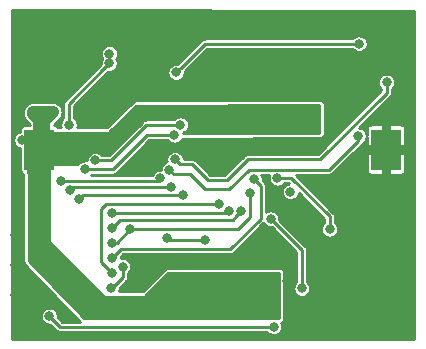
<source format=gbr>
G04 #@! TF.GenerationSoftware,KiCad,Pcbnew,(5.0.0)*
G04 #@! TF.CreationDate,2018-09-19T20:05:00-03:00*
G04 #@! TF.ProjectId,Generic_Bluetooth_Board,47656E657269635F426C7565746F6F74,rev?*
G04 #@! TF.SameCoordinates,Original*
G04 #@! TF.FileFunction,Copper,L2,Bot,Signal*
G04 #@! TF.FilePolarity,Positive*
%FSLAX46Y46*%
G04 Gerber Fmt 4.6, Leading zero omitted, Abs format (unit mm)*
G04 Created by KiCad (PCBNEW (5.0.0)) date 09/19/18 20:05:00*
%MOMM*%
%LPD*%
G01*
G04 APERTURE LIST*
G04 #@! TA.AperFunction,SMDPad,CuDef*
%ADD10R,2.540000X3.510000*%
G04 #@! TD*
G04 #@! TA.AperFunction,ViaPad*
%ADD11C,0.800000*%
G04 #@! TD*
G04 #@! TA.AperFunction,Conductor*
%ADD12C,2.000000*%
G04 #@! TD*
G04 #@! TA.AperFunction,Conductor*
%ADD13C,1.000000*%
G04 #@! TD*
G04 #@! TA.AperFunction,Conductor*
%ADD14C,0.250000*%
G04 #@! TD*
G04 #@! TA.AperFunction,Conductor*
%ADD15C,0.600000*%
G04 #@! TD*
G04 APERTURE END LIST*
D10*
G04 #@! TO.P,BT1,1*
G04 #@! TO.N,+3V3*
X135180000Y-96520000D03*
G04 #@! TO.P,BT1,2*
G04 #@! TO.N,GND*
X164540000Y-96520000D03*
G04 #@! TD*
D11*
G04 #@! TO.N,+3V3*
X154416182Y-94805500D03*
X150418800Y-93294200D03*
X158394400Y-93649800D03*
X135153400Y-98298000D03*
X141782800Y-95605600D03*
X141351000Y-109423200D03*
X144576800Y-108940600D03*
X155016200Y-110363000D03*
X147345400Y-109626400D03*
X147675600Y-108508800D03*
X151333200Y-107289600D03*
X133705600Y-95707200D03*
X156438600Y-100101400D03*
X154990800Y-107467400D03*
X151739600Y-110337600D03*
X152984200Y-110337600D03*
X134619998Y-93370400D03*
X135458200Y-93345000D03*
X136321800Y-93345000D03*
G04 #@! TO.N,GND*
X157759400Y-99110800D03*
X151104600Y-97180400D03*
X149936200Y-97205800D03*
X151714200Y-96316800D03*
X150495000Y-96291400D03*
X149402800Y-96291400D03*
X144272000Y-96799400D03*
X150520400Y-98120200D03*
X165582600Y-111277400D03*
X160274000Y-106553000D03*
X154254200Y-105689400D03*
X154127200Y-103378000D03*
X152146000Y-106019600D03*
X133324600Y-111988600D03*
X133121400Y-108864400D03*
X133146800Y-103784400D03*
X133146800Y-106324400D03*
X149377400Y-112293400D03*
X139649200Y-112293400D03*
X160426400Y-112115600D03*
X160528000Y-110058200D03*
X162839400Y-108864400D03*
X133324600Y-85217000D03*
X133350000Y-88823800D03*
X139979400Y-93522800D03*
X144348200Y-88925400D03*
X142138400Y-85623400D03*
X137363200Y-88493600D03*
X142925800Y-91719400D03*
X155448000Y-88696800D03*
X154736800Y-86563200D03*
X157022800Y-85572600D03*
X157937200Y-86563200D03*
X158496000Y-89458800D03*
X160858200Y-93675200D03*
X145745200Y-86690200D03*
X149199600Y-85521800D03*
X166573200Y-85217000D03*
X165506400Y-88112600D03*
X161975800Y-101574600D03*
X166344600Y-101473000D03*
X166293800Y-91770200D03*
X162001200Y-89941400D03*
X163525200Y-103378000D03*
X166065200Y-106832400D03*
X146431000Y-106019600D03*
X144957800Y-106934000D03*
X137337800Y-110515400D03*
X156176560Y-107611760D03*
X157678540Y-104008340D03*
X143865600Y-98298000D03*
G04 #@! TO.N,/SR_PWR*
X149199600Y-104140000D03*
X145977429Y-103985317D03*
G04 #@! TO.N,+5V*
X141097000Y-89217500D03*
X141122400Y-88392000D03*
X136017000Y-110617000D03*
X155016200Y-111531400D03*
X137693400Y-94411800D03*
G04 #@! TO.N,/ADC1_IN*
X154760343Y-102384909D03*
X157403806Y-108280200D03*
G04 #@! TO.N,/SW_TCK*
X162178986Y-95377000D03*
X146177000Y-98208000D03*
G04 #@! TO.N,/SW_TDIO*
X146670209Y-97338087D03*
X164592000Y-90805000D03*
G04 #@! TO.N,/RESET*
X162248600Y-87560400D03*
X146761200Y-89992200D03*
G04 #@! TO.N,/GRP_ADD_3*
X150368000Y-101092000D03*
X141351000Y-106959400D03*
G04 #@! TO.N,/CS*
X152273000Y-101727000D03*
X141351000Y-103124000D03*
X141260794Y-108229400D03*
X142240000Y-106426000D03*
G04 #@! TO.N,/MOSI*
X141351000Y-101854000D03*
X151260339Y-101714342D03*
G04 #@! TO.N,/CLK*
X141351000Y-104394000D03*
X153035000Y-100203000D03*
X142875000Y-103251000D03*
G04 #@! TO.N,/I2C1_SCL*
X146608800Y-95300800D03*
X139065000Y-98145600D03*
G04 #@! TO.N,/I2C1_SDA*
X147116800Y-94425600D03*
X139928600Y-97434400D03*
G04 #@! TO.N,/NUM_UNT_3*
X141351000Y-105664000D03*
X153375782Y-99039335D03*
G04 #@! TO.N,/GRP_ADD_2*
X138563231Y-100716192D03*
X147385729Y-100383012D03*
G04 #@! TO.N,/GRP_ADD_1*
X146358312Y-99658010D03*
X137812847Y-99969906D03*
G04 #@! TO.N,/GRP_ADD_0*
X145415000Y-98933000D03*
X137007602Y-99161600D03*
G04 #@! TO.N,Net-(R14-Pad2)*
X159766000Y-103251000D03*
X155340891Y-98933010D03*
G04 #@! TD*
D12*
G04 #@! TO.N,+3V3*
X135153400Y-96546600D02*
X135180000Y-96520000D01*
X135153400Y-98298000D02*
X135153400Y-96546600D01*
D13*
X135178800Y-94057400D02*
X134618800Y-93497400D01*
D14*
X134367200Y-95707200D02*
X135180000Y-96520000D01*
X133705600Y-95707200D02*
X134367200Y-95707200D01*
D13*
X135756115Y-93345000D02*
X136321800Y-93345000D01*
X135180000Y-96520000D02*
X135180000Y-93765000D01*
X135600000Y-93345000D02*
X135756115Y-93345000D01*
X135180000Y-93765000D02*
X135600000Y-93345000D01*
X134620000Y-93345000D02*
X136321800Y-93345000D01*
X134619998Y-93370400D02*
X134619998Y-93345002D01*
X134619998Y-93345002D02*
X134620000Y-93345000D01*
D15*
X136321800Y-93395800D02*
X136321800Y-93345000D01*
X136448800Y-93522800D02*
X136321800Y-93395800D01*
X135763000Y-94208600D02*
X136448800Y-93522800D01*
X135737600Y-94742000D02*
X135763000Y-94716600D01*
X135763000Y-94716600D02*
X135763000Y-94208600D01*
D13*
X135180000Y-94156600D02*
X135610600Y-93726000D01*
X135180000Y-96520000D02*
X135180000Y-94156600D01*
D14*
G04 #@! TO.N,/SR_PWR*
X149199600Y-104140000D02*
X146132112Y-104140000D01*
X146132112Y-104140000D02*
X145977429Y-103985317D01*
G04 #@! TO.N,+5V*
X136017000Y-110617000D02*
X136931400Y-111531400D01*
X136931400Y-111531400D02*
X154450515Y-111531400D01*
X154450515Y-111531400D02*
X155016200Y-111531400D01*
X137668000Y-94437200D02*
X137693400Y-94411800D01*
X137668000Y-92646500D02*
X137668000Y-94437200D01*
X141122400Y-89192100D02*
X141122400Y-88392000D01*
X140779500Y-89535000D02*
X141122400Y-89192100D01*
X140779500Y-89535000D02*
X137668000Y-92646500D01*
X141097000Y-89217500D02*
X140779500Y-89535000D01*
G04 #@! TO.N,/ADC1_IN*
X157403800Y-108280194D02*
X157403806Y-108280200D01*
X154760343Y-102384909D02*
X157403800Y-105028366D01*
X157403800Y-105028366D02*
X157403800Y-108280194D01*
G04 #@! TO.N,/SW_TCK*
X159729000Y-98208000D02*
X162179000Y-95758000D01*
X162179000Y-95758000D02*
X162179000Y-95377014D01*
X162179000Y-95377014D02*
X162178986Y-95377000D01*
X146576999Y-98607999D02*
X147909399Y-98607999D01*
X146177000Y-98208000D02*
X146576999Y-98607999D01*
X147909399Y-98607999D02*
X149174200Y-99872800D01*
X151243200Y-99872800D02*
X152908000Y-98208000D01*
X149174200Y-99872800D02*
X151243200Y-99872800D01*
X152908000Y-98208000D02*
X159729000Y-98208000D01*
G04 #@! TO.N,/SW_TDIO*
X158947913Y-97338087D02*
X164592000Y-91694000D01*
X164592000Y-91694000D02*
X164592000Y-90805000D01*
X147070208Y-97738086D02*
X148080886Y-97738086D01*
X146670209Y-97338087D02*
X147070208Y-97738086D01*
X148080886Y-97738086D02*
X149479000Y-99136200D01*
X151033687Y-99136200D02*
X152831800Y-97338087D01*
X149479000Y-99136200D02*
X151033687Y-99136200D01*
X152831800Y-97338087D02*
X158947913Y-97338087D01*
G04 #@! TO.N,/RESET*
X147161199Y-89592201D02*
X146761200Y-89992200D01*
X149193000Y-87560400D02*
X147161199Y-89592201D01*
X162248600Y-87560400D02*
X149193000Y-87560400D01*
G04 #@! TO.N,/GRP_ADD_3*
X140951001Y-106559401D02*
X141351000Y-106959400D01*
X140414000Y-106022400D02*
X140951001Y-106559401D01*
X140414000Y-101521000D02*
X140414000Y-106022400D01*
X140826986Y-101108014D02*
X140414000Y-101521000D01*
X150368000Y-101092000D02*
X150351986Y-101108014D01*
X150351986Y-101108014D02*
X140826986Y-101108014D01*
G04 #@! TO.N,/CS*
X142240000Y-107321694D02*
X142240000Y-106991685D01*
X142240000Y-106991685D02*
X142240000Y-106426000D01*
X141260794Y-108300900D02*
X142240000Y-107321694D01*
X151873001Y-102126999D02*
X152273000Y-101727000D01*
X151550202Y-102449798D02*
X151873001Y-102126999D01*
X141351000Y-103124000D02*
X142025202Y-102449798D01*
X142025202Y-102449798D02*
X151550202Y-102449798D01*
G04 #@! TO.N,/MOSI*
X151120681Y-101854000D02*
X151260339Y-101714342D01*
X141351000Y-101854000D02*
X151120681Y-101854000D01*
G04 #@! TO.N,/CLK*
X153035000Y-102235000D02*
X152019000Y-103251000D01*
X152019000Y-103251000D02*
X143440685Y-103251000D01*
X153035000Y-100203000D02*
X153035000Y-102235000D01*
X143440685Y-103251000D02*
X142875000Y-103251000D01*
X141732000Y-104394000D02*
X142875000Y-103251000D01*
X141351000Y-104394000D02*
X141732000Y-104394000D01*
G04 #@! TO.N,/I2C1_SCL*
X139115800Y-98196400D02*
X139065000Y-98145600D01*
X141427200Y-98196400D02*
X139115800Y-98196400D01*
X146608800Y-95300800D02*
X144322800Y-95300800D01*
X144322800Y-95300800D02*
X141427200Y-98196400D01*
G04 #@! TO.N,/I2C1_SDA*
X144246600Y-94425600D02*
X144246600Y-94462600D01*
X144246600Y-94425600D02*
X147116800Y-94425600D01*
X144246600Y-94462600D02*
X141274800Y-97434400D01*
X141274800Y-97434400D02*
X139928600Y-97434400D01*
G04 #@! TO.N,/NUM_UNT_3*
X153775781Y-99439334D02*
X153375782Y-99039335D01*
X153924000Y-99587553D02*
X153775781Y-99439334D01*
X153924000Y-102362000D02*
X153924000Y-99587553D01*
X151333200Y-104952800D02*
X153924000Y-102362000D01*
X141351000Y-105664000D02*
X142062200Y-104952800D01*
X142062200Y-104952800D02*
X151333200Y-104952800D01*
G04 #@! TO.N,/GRP_ADD_2*
X146820044Y-100383012D02*
X147385729Y-100383012D01*
X138884988Y-100383012D02*
X146820044Y-100383012D01*
X138563231Y-100716192D02*
X138563231Y-100704769D01*
X138563231Y-100704769D02*
X138884988Y-100383012D01*
G04 #@! TO.N,/GRP_ADD_1*
X138124743Y-99658010D02*
X138087753Y-99695000D01*
X146358312Y-99658010D02*
X138124743Y-99658010D01*
X138087753Y-99695000D02*
X137812847Y-99969906D01*
G04 #@! TO.N,/GRP_ADD_0*
X145186400Y-99161600D02*
X137007602Y-99161600D01*
X145415000Y-98933000D02*
X145186400Y-99161600D01*
G04 #@! TO.N,Net-(R14-Pad2)*
X156514810Y-98933010D02*
X155340891Y-98933010D01*
X159766000Y-103251000D02*
X159766000Y-102184200D01*
X159766000Y-102184200D02*
X156514810Y-98933010D01*
G04 #@! TD*
G04 #@! TO.N,+3V3*
G36*
X158879000Y-95125214D02*
X147320290Y-95145075D01*
X147316944Y-95128254D01*
X147329208Y-95125815D01*
X147461732Y-95070922D01*
X147581000Y-94991230D01*
X147682430Y-94889800D01*
X147762122Y-94770532D01*
X147817015Y-94638008D01*
X147845000Y-94497321D01*
X147845000Y-94353879D01*
X147817015Y-94213192D01*
X147762122Y-94080668D01*
X147682430Y-93961400D01*
X147581000Y-93859970D01*
X147461732Y-93780278D01*
X147329208Y-93725385D01*
X147188521Y-93697400D01*
X147045079Y-93697400D01*
X146904392Y-93725385D01*
X146771868Y-93780278D01*
X146652600Y-93859970D01*
X146551170Y-93961400D01*
X146543820Y-93972400D01*
X144268856Y-93972400D01*
X144246600Y-93970208D01*
X144224344Y-93972400D01*
X144157757Y-93978958D01*
X144072329Y-94004873D01*
X143993598Y-94046955D01*
X143924589Y-94103589D01*
X143867955Y-94172598D01*
X143836120Y-94232158D01*
X141087079Y-96981200D01*
X140501580Y-96981200D01*
X140494230Y-96970200D01*
X140392800Y-96868770D01*
X140273532Y-96789078D01*
X140141008Y-96734185D01*
X140000321Y-96706200D01*
X139856879Y-96706200D01*
X139716192Y-96734185D01*
X139583668Y-96789078D01*
X139464400Y-96868770D01*
X139362970Y-96970200D01*
X139283278Y-97089468D01*
X139228385Y-97221992D01*
X139200400Y-97362679D01*
X139200400Y-97430067D01*
X139136721Y-97417400D01*
X138993279Y-97417400D01*
X138852592Y-97445385D01*
X138720068Y-97500278D01*
X138600800Y-97579970D01*
X138499370Y-97681400D01*
X138459413Y-97741200D01*
X136169400Y-97741200D01*
X136145014Y-97743602D01*
X136121565Y-97750715D01*
X136099954Y-97762266D01*
X136081012Y-97777812D01*
X136065466Y-97796754D01*
X136053915Y-97818365D01*
X136046802Y-97841814D01*
X136044400Y-97866200D01*
X136044400Y-104317800D01*
X136046802Y-104342186D01*
X136053915Y-104365635D01*
X136065466Y-104387246D01*
X136081012Y-104406188D01*
X140602212Y-108927388D01*
X140621154Y-108942934D01*
X140642765Y-108954485D01*
X140666214Y-108961598D01*
X140690600Y-108964000D01*
X144068800Y-108964000D01*
X144093186Y-108961598D01*
X144116635Y-108954485D01*
X144138246Y-108942934D01*
X144157188Y-108927388D01*
X146076376Y-107008200D01*
X155474611Y-107008200D01*
X155472014Y-107421125D01*
X155448360Y-107540039D01*
X155448360Y-107683481D01*
X155469689Y-107790709D01*
X155450783Y-110796800D01*
X138965727Y-110796800D01*
X134287800Y-105943763D01*
X134287800Y-98272600D01*
X134287767Y-98269716D01*
X134214518Y-95095600D01*
X137441363Y-95095600D01*
X137480992Y-95112015D01*
X137621679Y-95140000D01*
X137765121Y-95140000D01*
X137905808Y-95112015D01*
X137945437Y-95095600D01*
X141020800Y-95095600D01*
X141045186Y-95093198D01*
X141068635Y-95086085D01*
X141090246Y-95074534D01*
X141109188Y-95058988D01*
X143358660Y-92809516D01*
X158783342Y-92784557D01*
X158879000Y-92784402D01*
X158879000Y-95125214D01*
X158879000Y-95125214D01*
G37*
X158879000Y-95125214D02*
X147320290Y-95145075D01*
X147316944Y-95128254D01*
X147329208Y-95125815D01*
X147461732Y-95070922D01*
X147581000Y-94991230D01*
X147682430Y-94889800D01*
X147762122Y-94770532D01*
X147817015Y-94638008D01*
X147845000Y-94497321D01*
X147845000Y-94353879D01*
X147817015Y-94213192D01*
X147762122Y-94080668D01*
X147682430Y-93961400D01*
X147581000Y-93859970D01*
X147461732Y-93780278D01*
X147329208Y-93725385D01*
X147188521Y-93697400D01*
X147045079Y-93697400D01*
X146904392Y-93725385D01*
X146771868Y-93780278D01*
X146652600Y-93859970D01*
X146551170Y-93961400D01*
X146543820Y-93972400D01*
X144268856Y-93972400D01*
X144246600Y-93970208D01*
X144224344Y-93972400D01*
X144157757Y-93978958D01*
X144072329Y-94004873D01*
X143993598Y-94046955D01*
X143924589Y-94103589D01*
X143867955Y-94172598D01*
X143836120Y-94232158D01*
X141087079Y-96981200D01*
X140501580Y-96981200D01*
X140494230Y-96970200D01*
X140392800Y-96868770D01*
X140273532Y-96789078D01*
X140141008Y-96734185D01*
X140000321Y-96706200D01*
X139856879Y-96706200D01*
X139716192Y-96734185D01*
X139583668Y-96789078D01*
X139464400Y-96868770D01*
X139362970Y-96970200D01*
X139283278Y-97089468D01*
X139228385Y-97221992D01*
X139200400Y-97362679D01*
X139200400Y-97430067D01*
X139136721Y-97417400D01*
X138993279Y-97417400D01*
X138852592Y-97445385D01*
X138720068Y-97500278D01*
X138600800Y-97579970D01*
X138499370Y-97681400D01*
X138459413Y-97741200D01*
X136169400Y-97741200D01*
X136145014Y-97743602D01*
X136121565Y-97750715D01*
X136099954Y-97762266D01*
X136081012Y-97777812D01*
X136065466Y-97796754D01*
X136053915Y-97818365D01*
X136046802Y-97841814D01*
X136044400Y-97866200D01*
X136044400Y-104317800D01*
X136046802Y-104342186D01*
X136053915Y-104365635D01*
X136065466Y-104387246D01*
X136081012Y-104406188D01*
X140602212Y-108927388D01*
X140621154Y-108942934D01*
X140642765Y-108954485D01*
X140666214Y-108961598D01*
X140690600Y-108964000D01*
X144068800Y-108964000D01*
X144093186Y-108961598D01*
X144116635Y-108954485D01*
X144138246Y-108942934D01*
X144157188Y-108927388D01*
X146076376Y-107008200D01*
X155474611Y-107008200D01*
X155472014Y-107421125D01*
X155448360Y-107540039D01*
X155448360Y-107683481D01*
X155469689Y-107790709D01*
X155450783Y-110796800D01*
X138965727Y-110796800D01*
X134287800Y-105943763D01*
X134287800Y-98272600D01*
X134287767Y-98269716D01*
X134214518Y-95095600D01*
X137441363Y-95095600D01*
X137480992Y-95112015D01*
X137621679Y-95140000D01*
X137765121Y-95140000D01*
X137905808Y-95112015D01*
X137945437Y-95095600D01*
X141020800Y-95095600D01*
X141045186Y-95093198D01*
X141068635Y-95086085D01*
X141090246Y-95074534D01*
X141109188Y-95058988D01*
X143358660Y-92809516D01*
X158783342Y-92784557D01*
X158879000Y-92784402D01*
X158879000Y-95125214D01*
G04 #@! TO.N,GND*
G36*
X166932001Y-84782758D02*
X166932000Y-112576000D01*
X132838868Y-112576000D01*
X132844710Y-95635794D01*
X132980600Y-95635794D01*
X132980600Y-95778606D01*
X133008461Y-95918675D01*
X133063113Y-96050616D01*
X133142456Y-96169361D01*
X133243439Y-96270344D01*
X133362184Y-96349687D01*
X133494125Y-96404339D01*
X133583428Y-96422102D01*
X133583428Y-98275000D01*
X133589703Y-98338711D01*
X133608287Y-98399974D01*
X133638465Y-98456434D01*
X133679079Y-98505921D01*
X133728566Y-98546535D01*
X133785026Y-98576713D01*
X133834600Y-98591751D01*
X133834600Y-105994200D01*
X133857327Y-106114206D01*
X133926504Y-106221970D01*
X138610594Y-111081400D01*
X137117796Y-111081400D01*
X136739147Y-110702751D01*
X136742000Y-110688406D01*
X136742000Y-110545594D01*
X136714139Y-110405525D01*
X136659487Y-110273584D01*
X136580144Y-110154839D01*
X136479161Y-110053856D01*
X136360416Y-109974513D01*
X136228475Y-109919861D01*
X136088406Y-109892000D01*
X135945594Y-109892000D01*
X135805525Y-109919861D01*
X135673584Y-109974513D01*
X135554839Y-110053856D01*
X135453856Y-110154839D01*
X135374513Y-110273584D01*
X135319861Y-110405525D01*
X135292000Y-110545594D01*
X135292000Y-110688406D01*
X135319861Y-110828475D01*
X135374513Y-110960416D01*
X135453856Y-111079161D01*
X135554839Y-111180144D01*
X135673584Y-111259487D01*
X135805525Y-111314139D01*
X135945594Y-111342000D01*
X136088406Y-111342000D01*
X136102751Y-111339147D01*
X136597576Y-111833972D01*
X136611663Y-111851137D01*
X136628828Y-111865224D01*
X136628832Y-111865228D01*
X136680183Y-111907371D01*
X136758359Y-111949157D01*
X136843185Y-111974889D01*
X136909295Y-111981400D01*
X136909305Y-111981400D01*
X136931400Y-111983576D01*
X136953494Y-111981400D01*
X154444930Y-111981400D01*
X154453056Y-111993561D01*
X154554039Y-112094544D01*
X154672784Y-112173887D01*
X154804725Y-112228539D01*
X154944794Y-112256400D01*
X155087606Y-112256400D01*
X155227675Y-112228539D01*
X155359616Y-112173887D01*
X155478361Y-112094544D01*
X155579344Y-111993561D01*
X155658687Y-111874816D01*
X155713339Y-111742875D01*
X155741200Y-111602806D01*
X155741200Y-111459994D01*
X155713339Y-111319925D01*
X155676176Y-111230205D01*
X155698687Y-111225801D01*
X155805608Y-111155327D01*
X155877421Y-111049301D01*
X155903194Y-110923864D01*
X155928594Y-106885264D01*
X155903617Y-106757603D01*
X155832472Y-106651128D01*
X155725997Y-106579983D01*
X155600400Y-106555000D01*
X146024600Y-106555000D01*
X145899003Y-106579983D01*
X145792528Y-106651128D01*
X143932856Y-108510800D01*
X141928969Y-108510800D01*
X141957933Y-108440875D01*
X141985794Y-108300806D01*
X141985794Y-108212295D01*
X142542573Y-107655517D01*
X142559737Y-107641431D01*
X142573824Y-107624266D01*
X142573828Y-107624262D01*
X142615971Y-107572911D01*
X142634200Y-107538806D01*
X142657757Y-107494735D01*
X142683489Y-107409909D01*
X142690000Y-107343799D01*
X142690000Y-107343787D01*
X142692176Y-107321695D01*
X142690000Y-107299603D01*
X142690000Y-106997270D01*
X142702161Y-106989144D01*
X142803144Y-106888161D01*
X142882487Y-106769416D01*
X142937139Y-106637475D01*
X142965000Y-106497406D01*
X142965000Y-106354594D01*
X142937139Y-106214525D01*
X142882487Y-106082584D01*
X142803144Y-105963839D01*
X142702161Y-105862856D01*
X142583416Y-105783513D01*
X142451475Y-105728861D01*
X142311406Y-105701000D01*
X142168594Y-105701000D01*
X142076000Y-105719418D01*
X142076000Y-105592594D01*
X142073147Y-105578249D01*
X142248596Y-105402800D01*
X151311106Y-105402800D01*
X151333200Y-105404976D01*
X151355294Y-105402800D01*
X151355305Y-105402800D01*
X151421415Y-105396289D01*
X151506241Y-105370557D01*
X151584416Y-105328771D01*
X151652937Y-105272537D01*
X151667029Y-105255366D01*
X154148383Y-102774012D01*
X154197199Y-102847070D01*
X154298182Y-102948053D01*
X154416927Y-103027396D01*
X154548868Y-103082048D01*
X154688937Y-103109909D01*
X154831749Y-103109909D01*
X154846094Y-103107056D01*
X156953800Y-105214762D01*
X156953801Y-107708934D01*
X156941645Y-107717056D01*
X156840662Y-107818039D01*
X156761319Y-107936784D01*
X156706667Y-108068725D01*
X156678806Y-108208794D01*
X156678806Y-108351606D01*
X156706667Y-108491675D01*
X156761319Y-108623616D01*
X156840662Y-108742361D01*
X156941645Y-108843344D01*
X157060390Y-108922687D01*
X157192331Y-108977339D01*
X157332400Y-109005200D01*
X157475212Y-109005200D01*
X157615281Y-108977339D01*
X157747222Y-108922687D01*
X157865967Y-108843344D01*
X157966950Y-108742361D01*
X158046293Y-108623616D01*
X158100945Y-108491675D01*
X158128806Y-108351606D01*
X158128806Y-108208794D01*
X158100945Y-108068725D01*
X158046293Y-107936784D01*
X157966950Y-107818039D01*
X157865967Y-107717056D01*
X157853800Y-107708926D01*
X157853800Y-105050460D01*
X157855976Y-105028366D01*
X157853800Y-105006272D01*
X157853800Y-105006261D01*
X157847289Y-104940151D01*
X157821557Y-104855325D01*
X157782624Y-104782487D01*
X157779771Y-104777149D01*
X157737628Y-104725798D01*
X157737624Y-104725794D01*
X157723537Y-104708629D01*
X157706373Y-104694543D01*
X155482490Y-102470660D01*
X155485343Y-102456315D01*
X155485343Y-102313503D01*
X155457482Y-102173434D01*
X155402830Y-102041493D01*
X155323487Y-101922748D01*
X155222504Y-101821765D01*
X155103759Y-101742422D01*
X154971818Y-101687770D01*
X154831749Y-101659909D01*
X154688937Y-101659909D01*
X154548868Y-101687770D01*
X154416927Y-101742422D01*
X154374000Y-101771105D01*
X154374000Y-99609644D01*
X154376176Y-99587552D01*
X154374000Y-99565460D01*
X154374000Y-99565448D01*
X154367489Y-99499338D01*
X154341757Y-99414512D01*
X154299971Y-99336337D01*
X154243737Y-99267816D01*
X154226566Y-99253724D01*
X154109614Y-99136772D01*
X154109609Y-99136766D01*
X154097929Y-99125086D01*
X154100782Y-99110741D01*
X154100782Y-98967929D01*
X154072921Y-98827860D01*
X154018269Y-98695919D01*
X153992932Y-98658000D01*
X154670069Y-98658000D01*
X154643752Y-98721535D01*
X154615891Y-98861604D01*
X154615891Y-99004416D01*
X154643752Y-99144485D01*
X154698404Y-99276426D01*
X154777747Y-99395171D01*
X154878730Y-99496154D01*
X154997475Y-99575497D01*
X155129416Y-99630149D01*
X155269485Y-99658010D01*
X155412297Y-99658010D01*
X155552366Y-99630149D01*
X155684307Y-99575497D01*
X155803052Y-99496154D01*
X155904035Y-99395171D01*
X155912161Y-99383010D01*
X156328415Y-99383010D01*
X156329335Y-99383930D01*
X156227125Y-99404261D01*
X156095184Y-99458913D01*
X155976439Y-99538256D01*
X155875456Y-99639239D01*
X155796113Y-99757984D01*
X155741461Y-99889925D01*
X155713600Y-100029994D01*
X155713600Y-100172806D01*
X155741461Y-100312875D01*
X155796113Y-100444816D01*
X155875456Y-100563561D01*
X155976439Y-100664544D01*
X156095184Y-100743887D01*
X156227125Y-100798539D01*
X156367194Y-100826400D01*
X156510006Y-100826400D01*
X156650075Y-100798539D01*
X156782016Y-100743887D01*
X156900761Y-100664544D01*
X157001744Y-100563561D01*
X157081087Y-100444816D01*
X157135739Y-100312875D01*
X157156070Y-100210665D01*
X159316001Y-102370597D01*
X159316001Y-102679730D01*
X159303839Y-102687856D01*
X159202856Y-102788839D01*
X159123513Y-102907584D01*
X159068861Y-103039525D01*
X159041000Y-103179594D01*
X159041000Y-103322406D01*
X159068861Y-103462475D01*
X159123513Y-103594416D01*
X159202856Y-103713161D01*
X159303839Y-103814144D01*
X159422584Y-103893487D01*
X159554525Y-103948139D01*
X159694594Y-103976000D01*
X159837406Y-103976000D01*
X159977475Y-103948139D01*
X160109416Y-103893487D01*
X160228161Y-103814144D01*
X160329144Y-103713161D01*
X160408487Y-103594416D01*
X160463139Y-103462475D01*
X160491000Y-103322406D01*
X160491000Y-103179594D01*
X160463139Y-103039525D01*
X160408487Y-102907584D01*
X160329144Y-102788839D01*
X160228161Y-102687856D01*
X160216000Y-102679730D01*
X160216000Y-102206294D01*
X160218176Y-102184200D01*
X160216000Y-102162105D01*
X160216000Y-102162095D01*
X160209489Y-102095985D01*
X160183757Y-102011159D01*
X160166149Y-101978217D01*
X160141971Y-101932983D01*
X160099828Y-101881632D01*
X160099824Y-101881628D01*
X160085737Y-101864463D01*
X160068572Y-101850376D01*
X156876195Y-98658000D01*
X159706906Y-98658000D01*
X159729000Y-98660176D01*
X159751094Y-98658000D01*
X159751105Y-98658000D01*
X159817215Y-98651489D01*
X159902041Y-98625757D01*
X159980216Y-98583971D01*
X160048737Y-98527737D01*
X160062829Y-98510566D01*
X161684645Y-96888750D01*
X162895000Y-96888750D01*
X162895000Y-98311935D01*
X162909411Y-98384384D01*
X162937679Y-98452629D01*
X162978719Y-98514049D01*
X163030952Y-98566282D01*
X163092371Y-98607321D01*
X163160617Y-98635589D01*
X163233066Y-98650000D01*
X164171250Y-98650000D01*
X164265000Y-98556250D01*
X164265000Y-96795000D01*
X164815000Y-96795000D01*
X164815000Y-98556250D01*
X164908750Y-98650000D01*
X165846934Y-98650000D01*
X165919383Y-98635589D01*
X165987629Y-98607321D01*
X166049048Y-98566282D01*
X166101281Y-98514049D01*
X166142321Y-98452629D01*
X166170589Y-98384384D01*
X166185000Y-98311935D01*
X166185000Y-96888750D01*
X166091250Y-96795000D01*
X164815000Y-96795000D01*
X164265000Y-96795000D01*
X162988750Y-96795000D01*
X162895000Y-96888750D01*
X161684645Y-96888750D01*
X162481573Y-96091823D01*
X162498737Y-96077737D01*
X162512824Y-96060572D01*
X162512828Y-96060568D01*
X162554971Y-96009217D01*
X162564526Y-95991340D01*
X162641147Y-95940144D01*
X162742130Y-95839161D01*
X162821473Y-95720416D01*
X162876125Y-95588475D01*
X162895000Y-95493582D01*
X162895000Y-96151250D01*
X162988750Y-96245000D01*
X164265000Y-96245000D01*
X164265000Y-94483750D01*
X164815000Y-94483750D01*
X164815000Y-96245000D01*
X166091250Y-96245000D01*
X166185000Y-96151250D01*
X166185000Y-94728065D01*
X166170589Y-94655616D01*
X166142321Y-94587371D01*
X166101281Y-94525951D01*
X166049048Y-94473718D01*
X165987629Y-94432679D01*
X165919383Y-94404411D01*
X165846934Y-94390000D01*
X164908750Y-94390000D01*
X164815000Y-94483750D01*
X164265000Y-94483750D01*
X164171250Y-94390000D01*
X163233066Y-94390000D01*
X163160617Y-94404411D01*
X163092371Y-94432679D01*
X163030952Y-94473718D01*
X162978719Y-94525951D01*
X162937679Y-94587371D01*
X162909411Y-94655616D01*
X162895000Y-94728065D01*
X162895000Y-95260418D01*
X162876125Y-95165525D01*
X162821473Y-95033584D01*
X162742130Y-94914839D01*
X162641147Y-94813856D01*
X162522402Y-94734513D01*
X162390461Y-94679861D01*
X162267077Y-94655319D01*
X164894573Y-92027823D01*
X164911737Y-92013737D01*
X164925824Y-91996572D01*
X164925828Y-91996568D01*
X164967971Y-91945217D01*
X165009757Y-91867041D01*
X165009757Y-91867040D01*
X165035489Y-91782215D01*
X165042000Y-91716105D01*
X165042000Y-91716093D01*
X165044176Y-91694001D01*
X165042000Y-91671909D01*
X165042000Y-91376270D01*
X165054161Y-91368144D01*
X165155144Y-91267161D01*
X165234487Y-91148416D01*
X165289139Y-91016475D01*
X165317000Y-90876406D01*
X165317000Y-90733594D01*
X165289139Y-90593525D01*
X165234487Y-90461584D01*
X165155144Y-90342839D01*
X165054161Y-90241856D01*
X164935416Y-90162513D01*
X164803475Y-90107861D01*
X164663406Y-90080000D01*
X164520594Y-90080000D01*
X164380525Y-90107861D01*
X164248584Y-90162513D01*
X164129839Y-90241856D01*
X164028856Y-90342839D01*
X163949513Y-90461584D01*
X163894861Y-90593525D01*
X163867000Y-90733594D01*
X163867000Y-90876406D01*
X163894861Y-91016475D01*
X163949513Y-91148416D01*
X164028856Y-91267161D01*
X164129839Y-91368144D01*
X164142000Y-91376270D01*
X164142000Y-91507604D01*
X158761518Y-96888087D01*
X152853894Y-96888087D01*
X152831800Y-96885911D01*
X152809706Y-96888087D01*
X152809695Y-96888087D01*
X152743585Y-96894598D01*
X152658759Y-96920330D01*
X152580583Y-96962116D01*
X152529232Y-97004259D01*
X152529228Y-97004263D01*
X152512063Y-97018350D01*
X152497976Y-97035515D01*
X150847292Y-98686200D01*
X149665396Y-98686200D01*
X148414713Y-97435518D01*
X148400623Y-97418349D01*
X148332102Y-97362115D01*
X148253927Y-97320329D01*
X148169101Y-97294597D01*
X148102991Y-97288086D01*
X148102980Y-97288086D01*
X148080886Y-97285910D01*
X148058792Y-97288086D01*
X147395209Y-97288086D01*
X147395209Y-97266681D01*
X147367348Y-97126612D01*
X147312696Y-96994671D01*
X147233353Y-96875926D01*
X147132370Y-96774943D01*
X147013625Y-96695600D01*
X146881684Y-96640948D01*
X146741615Y-96613087D01*
X146598803Y-96613087D01*
X146458734Y-96640948D01*
X146326793Y-96695600D01*
X146208048Y-96774943D01*
X146107065Y-96875926D01*
X146027722Y-96994671D01*
X145973070Y-97126612D01*
X145945209Y-97266681D01*
X145945209Y-97409493D01*
X145965384Y-97510920D01*
X145833584Y-97565513D01*
X145714839Y-97644856D01*
X145613856Y-97745839D01*
X145534513Y-97864584D01*
X145479861Y-97996525D01*
X145452000Y-98136594D01*
X145452000Y-98208000D01*
X145343594Y-98208000D01*
X145203525Y-98235861D01*
X145071584Y-98290513D01*
X144952839Y-98369856D01*
X144851856Y-98470839D01*
X144772513Y-98589584D01*
X144721972Y-98711600D01*
X139522887Y-98711600D01*
X139527161Y-98708744D01*
X139589505Y-98646400D01*
X141405106Y-98646400D01*
X141427200Y-98648576D01*
X141449294Y-98646400D01*
X141449305Y-98646400D01*
X141515415Y-98639889D01*
X141600241Y-98614157D01*
X141678416Y-98572371D01*
X141746937Y-98516137D01*
X141761029Y-98498966D01*
X144509196Y-95750800D01*
X146037530Y-95750800D01*
X146045656Y-95762961D01*
X146146639Y-95863944D01*
X146265384Y-95943287D01*
X146397325Y-95997939D01*
X146537394Y-96025800D01*
X146680206Y-96025800D01*
X146820275Y-95997939D01*
X146952216Y-95943287D01*
X147070961Y-95863944D01*
X147171944Y-95762961D01*
X147251287Y-95644216D01*
X147270280Y-95598362D01*
X159004564Y-95578200D01*
X159129597Y-95553217D01*
X159236072Y-95482072D01*
X159307217Y-95375597D01*
X159332200Y-95250000D01*
X159332200Y-92659200D01*
X159307014Y-92533113D01*
X159235697Y-92426752D01*
X159129106Y-92355780D01*
X159003469Y-92331000D01*
X158782609Y-92331357D01*
X143306269Y-92356400D01*
X143181203Y-92381383D01*
X143074728Y-92452528D01*
X140884856Y-94642400D01*
X138382617Y-94642400D01*
X138390539Y-94623275D01*
X138418400Y-94483206D01*
X138418400Y-94340394D01*
X138390539Y-94200325D01*
X138335887Y-94068384D01*
X138256544Y-93949639D01*
X138155561Y-93848656D01*
X138118000Y-93823559D01*
X138118000Y-92832895D01*
X141011249Y-89939647D01*
X141025594Y-89942500D01*
X141168406Y-89942500D01*
X141277531Y-89920794D01*
X146036200Y-89920794D01*
X146036200Y-90063606D01*
X146064061Y-90203675D01*
X146118713Y-90335616D01*
X146198056Y-90454361D01*
X146299039Y-90555344D01*
X146417784Y-90634687D01*
X146549725Y-90689339D01*
X146689794Y-90717200D01*
X146832606Y-90717200D01*
X146972675Y-90689339D01*
X147104616Y-90634687D01*
X147223361Y-90555344D01*
X147324344Y-90454361D01*
X147403687Y-90335616D01*
X147458339Y-90203675D01*
X147486200Y-90063606D01*
X147486200Y-89920794D01*
X147483347Y-89906449D01*
X149379396Y-88010400D01*
X161677330Y-88010400D01*
X161685456Y-88022561D01*
X161786439Y-88123544D01*
X161905184Y-88202887D01*
X162037125Y-88257539D01*
X162177194Y-88285400D01*
X162320006Y-88285400D01*
X162460075Y-88257539D01*
X162592016Y-88202887D01*
X162710761Y-88123544D01*
X162811744Y-88022561D01*
X162891087Y-87903816D01*
X162945739Y-87771875D01*
X162973600Y-87631806D01*
X162973600Y-87488994D01*
X162945739Y-87348925D01*
X162891087Y-87216984D01*
X162811744Y-87098239D01*
X162710761Y-86997256D01*
X162592016Y-86917913D01*
X162460075Y-86863261D01*
X162320006Y-86835400D01*
X162177194Y-86835400D01*
X162037125Y-86863261D01*
X161905184Y-86917913D01*
X161786439Y-86997256D01*
X161685456Y-87098239D01*
X161677330Y-87110400D01*
X149215094Y-87110400D01*
X149193000Y-87108224D01*
X149170906Y-87110400D01*
X149170895Y-87110400D01*
X149104785Y-87116911D01*
X149019959Y-87142643D01*
X148941783Y-87184429D01*
X148890432Y-87226572D01*
X148890428Y-87226576D01*
X148873263Y-87240663D01*
X148859176Y-87257828D01*
X146846951Y-89270053D01*
X146832606Y-89267200D01*
X146689794Y-89267200D01*
X146549725Y-89295061D01*
X146417784Y-89349713D01*
X146299039Y-89429056D01*
X146198056Y-89530039D01*
X146118713Y-89648784D01*
X146064061Y-89780725D01*
X146036200Y-89920794D01*
X141277531Y-89920794D01*
X141308475Y-89914639D01*
X141440416Y-89859987D01*
X141559161Y-89780644D01*
X141660144Y-89679661D01*
X141739487Y-89560916D01*
X141794139Y-89428975D01*
X141822000Y-89288906D01*
X141822000Y-89146094D01*
X141794139Y-89006025D01*
X141739487Y-88874084D01*
X141705859Y-88823757D01*
X141764887Y-88735416D01*
X141819539Y-88603475D01*
X141847400Y-88463406D01*
X141847400Y-88320594D01*
X141819539Y-88180525D01*
X141764887Y-88048584D01*
X141685544Y-87929839D01*
X141584561Y-87828856D01*
X141465816Y-87749513D01*
X141333875Y-87694861D01*
X141193806Y-87667000D01*
X141050994Y-87667000D01*
X140910925Y-87694861D01*
X140778984Y-87749513D01*
X140660239Y-87828856D01*
X140559256Y-87929839D01*
X140479913Y-88048584D01*
X140425261Y-88180525D01*
X140397400Y-88320594D01*
X140397400Y-88463406D01*
X140425261Y-88603475D01*
X140479913Y-88735416D01*
X140513541Y-88785743D01*
X140454513Y-88874084D01*
X140399861Y-89006025D01*
X140372000Y-89146094D01*
X140372000Y-89288906D01*
X140374853Y-89303251D01*
X137365434Y-92312671D01*
X137348263Y-92326763D01*
X137334172Y-92343933D01*
X137292029Y-92395284D01*
X137250244Y-92473459D01*
X137250243Y-92473460D01*
X137224511Y-92558286D01*
X137218000Y-92624396D01*
X137218000Y-92624406D01*
X137215824Y-92646500D01*
X137218000Y-92668595D01*
X137218001Y-93861894D01*
X137130256Y-93949639D01*
X137050913Y-94068384D01*
X136996261Y-94200325D01*
X136968400Y-94340394D01*
X136968400Y-94483206D01*
X136996261Y-94623275D01*
X137004183Y-94642400D01*
X136752433Y-94642400D01*
X136751713Y-94640026D01*
X136721535Y-94583566D01*
X136680921Y-94534079D01*
X136631434Y-94493465D01*
X136574974Y-94463287D01*
X136513711Y-94444703D01*
X136450000Y-94438428D01*
X136417054Y-94438428D01*
X136869038Y-93986445D01*
X136892879Y-93966879D01*
X136912445Y-93943038D01*
X136912452Y-93943031D01*
X136970983Y-93871712D01*
X136997485Y-93822130D01*
X137011081Y-93805563D01*
X137087688Y-93662241D01*
X137134862Y-93506728D01*
X137150791Y-93345000D01*
X137134862Y-93183272D01*
X137087688Y-93027759D01*
X137011081Y-92884437D01*
X136907985Y-92758815D01*
X136782363Y-92655719D01*
X136639041Y-92579112D01*
X136483528Y-92531938D01*
X136362321Y-92520000D01*
X135640513Y-92520000D01*
X135600000Y-92516010D01*
X135559487Y-92520000D01*
X134660513Y-92520000D01*
X134620000Y-92516010D01*
X134579487Y-92520000D01*
X134579479Y-92520000D01*
X134458272Y-92531938D01*
X134302759Y-92579112D01*
X134159437Y-92655719D01*
X134065289Y-92732985D01*
X134033813Y-92758817D01*
X133930717Y-92884439D01*
X133854110Y-93027761D01*
X133806936Y-93183274D01*
X133794998Y-93304481D01*
X133794998Y-93304489D01*
X133791008Y-93345002D01*
X133794998Y-93385515D01*
X133794998Y-93410920D01*
X133796663Y-93427821D01*
X133789810Y-93497400D01*
X133805738Y-93659128D01*
X133852913Y-93814641D01*
X133929520Y-93957962D01*
X134006785Y-94052110D01*
X134355001Y-94400327D01*
X134355001Y-94438428D01*
X133910000Y-94438428D01*
X133846289Y-94444703D01*
X133785026Y-94463287D01*
X133728566Y-94493465D01*
X133679079Y-94534079D01*
X133638465Y-94583566D01*
X133608287Y-94640026D01*
X133589703Y-94701289D01*
X133583428Y-94765000D01*
X133583428Y-94992298D01*
X133494125Y-95010061D01*
X133362184Y-95064713D01*
X133243439Y-95144056D01*
X133142456Y-95245039D01*
X133063113Y-95363784D01*
X133008461Y-95495725D01*
X132980600Y-95635794D01*
X132844710Y-95635794D01*
X132848479Y-84707464D01*
X166932001Y-84782758D01*
X166932001Y-84782758D01*
G37*
X166932001Y-84782758D02*
X166932000Y-112576000D01*
X132838868Y-112576000D01*
X132844710Y-95635794D01*
X132980600Y-95635794D01*
X132980600Y-95778606D01*
X133008461Y-95918675D01*
X133063113Y-96050616D01*
X133142456Y-96169361D01*
X133243439Y-96270344D01*
X133362184Y-96349687D01*
X133494125Y-96404339D01*
X133583428Y-96422102D01*
X133583428Y-98275000D01*
X133589703Y-98338711D01*
X133608287Y-98399974D01*
X133638465Y-98456434D01*
X133679079Y-98505921D01*
X133728566Y-98546535D01*
X133785026Y-98576713D01*
X133834600Y-98591751D01*
X133834600Y-105994200D01*
X133857327Y-106114206D01*
X133926504Y-106221970D01*
X138610594Y-111081400D01*
X137117796Y-111081400D01*
X136739147Y-110702751D01*
X136742000Y-110688406D01*
X136742000Y-110545594D01*
X136714139Y-110405525D01*
X136659487Y-110273584D01*
X136580144Y-110154839D01*
X136479161Y-110053856D01*
X136360416Y-109974513D01*
X136228475Y-109919861D01*
X136088406Y-109892000D01*
X135945594Y-109892000D01*
X135805525Y-109919861D01*
X135673584Y-109974513D01*
X135554839Y-110053856D01*
X135453856Y-110154839D01*
X135374513Y-110273584D01*
X135319861Y-110405525D01*
X135292000Y-110545594D01*
X135292000Y-110688406D01*
X135319861Y-110828475D01*
X135374513Y-110960416D01*
X135453856Y-111079161D01*
X135554839Y-111180144D01*
X135673584Y-111259487D01*
X135805525Y-111314139D01*
X135945594Y-111342000D01*
X136088406Y-111342000D01*
X136102751Y-111339147D01*
X136597576Y-111833972D01*
X136611663Y-111851137D01*
X136628828Y-111865224D01*
X136628832Y-111865228D01*
X136680183Y-111907371D01*
X136758359Y-111949157D01*
X136843185Y-111974889D01*
X136909295Y-111981400D01*
X136909305Y-111981400D01*
X136931400Y-111983576D01*
X136953494Y-111981400D01*
X154444930Y-111981400D01*
X154453056Y-111993561D01*
X154554039Y-112094544D01*
X154672784Y-112173887D01*
X154804725Y-112228539D01*
X154944794Y-112256400D01*
X155087606Y-112256400D01*
X155227675Y-112228539D01*
X155359616Y-112173887D01*
X155478361Y-112094544D01*
X155579344Y-111993561D01*
X155658687Y-111874816D01*
X155713339Y-111742875D01*
X155741200Y-111602806D01*
X155741200Y-111459994D01*
X155713339Y-111319925D01*
X155676176Y-111230205D01*
X155698687Y-111225801D01*
X155805608Y-111155327D01*
X155877421Y-111049301D01*
X155903194Y-110923864D01*
X155928594Y-106885264D01*
X155903617Y-106757603D01*
X155832472Y-106651128D01*
X155725997Y-106579983D01*
X155600400Y-106555000D01*
X146024600Y-106555000D01*
X145899003Y-106579983D01*
X145792528Y-106651128D01*
X143932856Y-108510800D01*
X141928969Y-108510800D01*
X141957933Y-108440875D01*
X141985794Y-108300806D01*
X141985794Y-108212295D01*
X142542573Y-107655517D01*
X142559737Y-107641431D01*
X142573824Y-107624266D01*
X142573828Y-107624262D01*
X142615971Y-107572911D01*
X142634200Y-107538806D01*
X142657757Y-107494735D01*
X142683489Y-107409909D01*
X142690000Y-107343799D01*
X142690000Y-107343787D01*
X142692176Y-107321695D01*
X142690000Y-107299603D01*
X142690000Y-106997270D01*
X142702161Y-106989144D01*
X142803144Y-106888161D01*
X142882487Y-106769416D01*
X142937139Y-106637475D01*
X142965000Y-106497406D01*
X142965000Y-106354594D01*
X142937139Y-106214525D01*
X142882487Y-106082584D01*
X142803144Y-105963839D01*
X142702161Y-105862856D01*
X142583416Y-105783513D01*
X142451475Y-105728861D01*
X142311406Y-105701000D01*
X142168594Y-105701000D01*
X142076000Y-105719418D01*
X142076000Y-105592594D01*
X142073147Y-105578249D01*
X142248596Y-105402800D01*
X151311106Y-105402800D01*
X151333200Y-105404976D01*
X151355294Y-105402800D01*
X151355305Y-105402800D01*
X151421415Y-105396289D01*
X151506241Y-105370557D01*
X151584416Y-105328771D01*
X151652937Y-105272537D01*
X151667029Y-105255366D01*
X154148383Y-102774012D01*
X154197199Y-102847070D01*
X154298182Y-102948053D01*
X154416927Y-103027396D01*
X154548868Y-103082048D01*
X154688937Y-103109909D01*
X154831749Y-103109909D01*
X154846094Y-103107056D01*
X156953800Y-105214762D01*
X156953801Y-107708934D01*
X156941645Y-107717056D01*
X156840662Y-107818039D01*
X156761319Y-107936784D01*
X156706667Y-108068725D01*
X156678806Y-108208794D01*
X156678806Y-108351606D01*
X156706667Y-108491675D01*
X156761319Y-108623616D01*
X156840662Y-108742361D01*
X156941645Y-108843344D01*
X157060390Y-108922687D01*
X157192331Y-108977339D01*
X157332400Y-109005200D01*
X157475212Y-109005200D01*
X157615281Y-108977339D01*
X157747222Y-108922687D01*
X157865967Y-108843344D01*
X157966950Y-108742361D01*
X158046293Y-108623616D01*
X158100945Y-108491675D01*
X158128806Y-108351606D01*
X158128806Y-108208794D01*
X158100945Y-108068725D01*
X158046293Y-107936784D01*
X157966950Y-107818039D01*
X157865967Y-107717056D01*
X157853800Y-107708926D01*
X157853800Y-105050460D01*
X157855976Y-105028366D01*
X157853800Y-105006272D01*
X157853800Y-105006261D01*
X157847289Y-104940151D01*
X157821557Y-104855325D01*
X157782624Y-104782487D01*
X157779771Y-104777149D01*
X157737628Y-104725798D01*
X157737624Y-104725794D01*
X157723537Y-104708629D01*
X157706373Y-104694543D01*
X155482490Y-102470660D01*
X155485343Y-102456315D01*
X155485343Y-102313503D01*
X155457482Y-102173434D01*
X155402830Y-102041493D01*
X155323487Y-101922748D01*
X155222504Y-101821765D01*
X155103759Y-101742422D01*
X154971818Y-101687770D01*
X154831749Y-101659909D01*
X154688937Y-101659909D01*
X154548868Y-101687770D01*
X154416927Y-101742422D01*
X154374000Y-101771105D01*
X154374000Y-99609644D01*
X154376176Y-99587552D01*
X154374000Y-99565460D01*
X154374000Y-99565448D01*
X154367489Y-99499338D01*
X154341757Y-99414512D01*
X154299971Y-99336337D01*
X154243737Y-99267816D01*
X154226566Y-99253724D01*
X154109614Y-99136772D01*
X154109609Y-99136766D01*
X154097929Y-99125086D01*
X154100782Y-99110741D01*
X154100782Y-98967929D01*
X154072921Y-98827860D01*
X154018269Y-98695919D01*
X153992932Y-98658000D01*
X154670069Y-98658000D01*
X154643752Y-98721535D01*
X154615891Y-98861604D01*
X154615891Y-99004416D01*
X154643752Y-99144485D01*
X154698404Y-99276426D01*
X154777747Y-99395171D01*
X154878730Y-99496154D01*
X154997475Y-99575497D01*
X155129416Y-99630149D01*
X155269485Y-99658010D01*
X155412297Y-99658010D01*
X155552366Y-99630149D01*
X155684307Y-99575497D01*
X155803052Y-99496154D01*
X155904035Y-99395171D01*
X155912161Y-99383010D01*
X156328415Y-99383010D01*
X156329335Y-99383930D01*
X156227125Y-99404261D01*
X156095184Y-99458913D01*
X155976439Y-99538256D01*
X155875456Y-99639239D01*
X155796113Y-99757984D01*
X155741461Y-99889925D01*
X155713600Y-100029994D01*
X155713600Y-100172806D01*
X155741461Y-100312875D01*
X155796113Y-100444816D01*
X155875456Y-100563561D01*
X155976439Y-100664544D01*
X156095184Y-100743887D01*
X156227125Y-100798539D01*
X156367194Y-100826400D01*
X156510006Y-100826400D01*
X156650075Y-100798539D01*
X156782016Y-100743887D01*
X156900761Y-100664544D01*
X157001744Y-100563561D01*
X157081087Y-100444816D01*
X157135739Y-100312875D01*
X157156070Y-100210665D01*
X159316001Y-102370597D01*
X159316001Y-102679730D01*
X159303839Y-102687856D01*
X159202856Y-102788839D01*
X159123513Y-102907584D01*
X159068861Y-103039525D01*
X159041000Y-103179594D01*
X159041000Y-103322406D01*
X159068861Y-103462475D01*
X159123513Y-103594416D01*
X159202856Y-103713161D01*
X159303839Y-103814144D01*
X159422584Y-103893487D01*
X159554525Y-103948139D01*
X159694594Y-103976000D01*
X159837406Y-103976000D01*
X159977475Y-103948139D01*
X160109416Y-103893487D01*
X160228161Y-103814144D01*
X160329144Y-103713161D01*
X160408487Y-103594416D01*
X160463139Y-103462475D01*
X160491000Y-103322406D01*
X160491000Y-103179594D01*
X160463139Y-103039525D01*
X160408487Y-102907584D01*
X160329144Y-102788839D01*
X160228161Y-102687856D01*
X160216000Y-102679730D01*
X160216000Y-102206294D01*
X160218176Y-102184200D01*
X160216000Y-102162105D01*
X160216000Y-102162095D01*
X160209489Y-102095985D01*
X160183757Y-102011159D01*
X160166149Y-101978217D01*
X160141971Y-101932983D01*
X160099828Y-101881632D01*
X160099824Y-101881628D01*
X160085737Y-101864463D01*
X160068572Y-101850376D01*
X156876195Y-98658000D01*
X159706906Y-98658000D01*
X159729000Y-98660176D01*
X159751094Y-98658000D01*
X159751105Y-98658000D01*
X159817215Y-98651489D01*
X159902041Y-98625757D01*
X159980216Y-98583971D01*
X160048737Y-98527737D01*
X160062829Y-98510566D01*
X161684645Y-96888750D01*
X162895000Y-96888750D01*
X162895000Y-98311935D01*
X162909411Y-98384384D01*
X162937679Y-98452629D01*
X162978719Y-98514049D01*
X163030952Y-98566282D01*
X163092371Y-98607321D01*
X163160617Y-98635589D01*
X163233066Y-98650000D01*
X164171250Y-98650000D01*
X164265000Y-98556250D01*
X164265000Y-96795000D01*
X164815000Y-96795000D01*
X164815000Y-98556250D01*
X164908750Y-98650000D01*
X165846934Y-98650000D01*
X165919383Y-98635589D01*
X165987629Y-98607321D01*
X166049048Y-98566282D01*
X166101281Y-98514049D01*
X166142321Y-98452629D01*
X166170589Y-98384384D01*
X166185000Y-98311935D01*
X166185000Y-96888750D01*
X166091250Y-96795000D01*
X164815000Y-96795000D01*
X164265000Y-96795000D01*
X162988750Y-96795000D01*
X162895000Y-96888750D01*
X161684645Y-96888750D01*
X162481573Y-96091823D01*
X162498737Y-96077737D01*
X162512824Y-96060572D01*
X162512828Y-96060568D01*
X162554971Y-96009217D01*
X162564526Y-95991340D01*
X162641147Y-95940144D01*
X162742130Y-95839161D01*
X162821473Y-95720416D01*
X162876125Y-95588475D01*
X162895000Y-95493582D01*
X162895000Y-96151250D01*
X162988750Y-96245000D01*
X164265000Y-96245000D01*
X164265000Y-94483750D01*
X164815000Y-94483750D01*
X164815000Y-96245000D01*
X166091250Y-96245000D01*
X166185000Y-96151250D01*
X166185000Y-94728065D01*
X166170589Y-94655616D01*
X166142321Y-94587371D01*
X166101281Y-94525951D01*
X166049048Y-94473718D01*
X165987629Y-94432679D01*
X165919383Y-94404411D01*
X165846934Y-94390000D01*
X164908750Y-94390000D01*
X164815000Y-94483750D01*
X164265000Y-94483750D01*
X164171250Y-94390000D01*
X163233066Y-94390000D01*
X163160617Y-94404411D01*
X163092371Y-94432679D01*
X163030952Y-94473718D01*
X162978719Y-94525951D01*
X162937679Y-94587371D01*
X162909411Y-94655616D01*
X162895000Y-94728065D01*
X162895000Y-95260418D01*
X162876125Y-95165525D01*
X162821473Y-95033584D01*
X162742130Y-94914839D01*
X162641147Y-94813856D01*
X162522402Y-94734513D01*
X162390461Y-94679861D01*
X162267077Y-94655319D01*
X164894573Y-92027823D01*
X164911737Y-92013737D01*
X164925824Y-91996572D01*
X164925828Y-91996568D01*
X164967971Y-91945217D01*
X165009757Y-91867041D01*
X165009757Y-91867040D01*
X165035489Y-91782215D01*
X165042000Y-91716105D01*
X165042000Y-91716093D01*
X165044176Y-91694001D01*
X165042000Y-91671909D01*
X165042000Y-91376270D01*
X165054161Y-91368144D01*
X165155144Y-91267161D01*
X165234487Y-91148416D01*
X165289139Y-91016475D01*
X165317000Y-90876406D01*
X165317000Y-90733594D01*
X165289139Y-90593525D01*
X165234487Y-90461584D01*
X165155144Y-90342839D01*
X165054161Y-90241856D01*
X164935416Y-90162513D01*
X164803475Y-90107861D01*
X164663406Y-90080000D01*
X164520594Y-90080000D01*
X164380525Y-90107861D01*
X164248584Y-90162513D01*
X164129839Y-90241856D01*
X164028856Y-90342839D01*
X163949513Y-90461584D01*
X163894861Y-90593525D01*
X163867000Y-90733594D01*
X163867000Y-90876406D01*
X163894861Y-91016475D01*
X163949513Y-91148416D01*
X164028856Y-91267161D01*
X164129839Y-91368144D01*
X164142000Y-91376270D01*
X164142000Y-91507604D01*
X158761518Y-96888087D01*
X152853894Y-96888087D01*
X152831800Y-96885911D01*
X152809706Y-96888087D01*
X152809695Y-96888087D01*
X152743585Y-96894598D01*
X152658759Y-96920330D01*
X152580583Y-96962116D01*
X152529232Y-97004259D01*
X152529228Y-97004263D01*
X152512063Y-97018350D01*
X152497976Y-97035515D01*
X150847292Y-98686200D01*
X149665396Y-98686200D01*
X148414713Y-97435518D01*
X148400623Y-97418349D01*
X148332102Y-97362115D01*
X148253927Y-97320329D01*
X148169101Y-97294597D01*
X148102991Y-97288086D01*
X148102980Y-97288086D01*
X148080886Y-97285910D01*
X148058792Y-97288086D01*
X147395209Y-97288086D01*
X147395209Y-97266681D01*
X147367348Y-97126612D01*
X147312696Y-96994671D01*
X147233353Y-96875926D01*
X147132370Y-96774943D01*
X147013625Y-96695600D01*
X146881684Y-96640948D01*
X146741615Y-96613087D01*
X146598803Y-96613087D01*
X146458734Y-96640948D01*
X146326793Y-96695600D01*
X146208048Y-96774943D01*
X146107065Y-96875926D01*
X146027722Y-96994671D01*
X145973070Y-97126612D01*
X145945209Y-97266681D01*
X145945209Y-97409493D01*
X145965384Y-97510920D01*
X145833584Y-97565513D01*
X145714839Y-97644856D01*
X145613856Y-97745839D01*
X145534513Y-97864584D01*
X145479861Y-97996525D01*
X145452000Y-98136594D01*
X145452000Y-98208000D01*
X145343594Y-98208000D01*
X145203525Y-98235861D01*
X145071584Y-98290513D01*
X144952839Y-98369856D01*
X144851856Y-98470839D01*
X144772513Y-98589584D01*
X144721972Y-98711600D01*
X139522887Y-98711600D01*
X139527161Y-98708744D01*
X139589505Y-98646400D01*
X141405106Y-98646400D01*
X141427200Y-98648576D01*
X141449294Y-98646400D01*
X141449305Y-98646400D01*
X141515415Y-98639889D01*
X141600241Y-98614157D01*
X141678416Y-98572371D01*
X141746937Y-98516137D01*
X141761029Y-98498966D01*
X144509196Y-95750800D01*
X146037530Y-95750800D01*
X146045656Y-95762961D01*
X146146639Y-95863944D01*
X146265384Y-95943287D01*
X146397325Y-95997939D01*
X146537394Y-96025800D01*
X146680206Y-96025800D01*
X146820275Y-95997939D01*
X146952216Y-95943287D01*
X147070961Y-95863944D01*
X147171944Y-95762961D01*
X147251287Y-95644216D01*
X147270280Y-95598362D01*
X159004564Y-95578200D01*
X159129597Y-95553217D01*
X159236072Y-95482072D01*
X159307217Y-95375597D01*
X159332200Y-95250000D01*
X159332200Y-92659200D01*
X159307014Y-92533113D01*
X159235697Y-92426752D01*
X159129106Y-92355780D01*
X159003469Y-92331000D01*
X158782609Y-92331357D01*
X143306269Y-92356400D01*
X143181203Y-92381383D01*
X143074728Y-92452528D01*
X140884856Y-94642400D01*
X138382617Y-94642400D01*
X138390539Y-94623275D01*
X138418400Y-94483206D01*
X138418400Y-94340394D01*
X138390539Y-94200325D01*
X138335887Y-94068384D01*
X138256544Y-93949639D01*
X138155561Y-93848656D01*
X138118000Y-93823559D01*
X138118000Y-92832895D01*
X141011249Y-89939647D01*
X141025594Y-89942500D01*
X141168406Y-89942500D01*
X141277531Y-89920794D01*
X146036200Y-89920794D01*
X146036200Y-90063606D01*
X146064061Y-90203675D01*
X146118713Y-90335616D01*
X146198056Y-90454361D01*
X146299039Y-90555344D01*
X146417784Y-90634687D01*
X146549725Y-90689339D01*
X146689794Y-90717200D01*
X146832606Y-90717200D01*
X146972675Y-90689339D01*
X147104616Y-90634687D01*
X147223361Y-90555344D01*
X147324344Y-90454361D01*
X147403687Y-90335616D01*
X147458339Y-90203675D01*
X147486200Y-90063606D01*
X147486200Y-89920794D01*
X147483347Y-89906449D01*
X149379396Y-88010400D01*
X161677330Y-88010400D01*
X161685456Y-88022561D01*
X161786439Y-88123544D01*
X161905184Y-88202887D01*
X162037125Y-88257539D01*
X162177194Y-88285400D01*
X162320006Y-88285400D01*
X162460075Y-88257539D01*
X162592016Y-88202887D01*
X162710761Y-88123544D01*
X162811744Y-88022561D01*
X162891087Y-87903816D01*
X162945739Y-87771875D01*
X162973600Y-87631806D01*
X162973600Y-87488994D01*
X162945739Y-87348925D01*
X162891087Y-87216984D01*
X162811744Y-87098239D01*
X162710761Y-86997256D01*
X162592016Y-86917913D01*
X162460075Y-86863261D01*
X162320006Y-86835400D01*
X162177194Y-86835400D01*
X162037125Y-86863261D01*
X161905184Y-86917913D01*
X161786439Y-86997256D01*
X161685456Y-87098239D01*
X161677330Y-87110400D01*
X149215094Y-87110400D01*
X149193000Y-87108224D01*
X149170906Y-87110400D01*
X149170895Y-87110400D01*
X149104785Y-87116911D01*
X149019959Y-87142643D01*
X148941783Y-87184429D01*
X148890432Y-87226572D01*
X148890428Y-87226576D01*
X148873263Y-87240663D01*
X148859176Y-87257828D01*
X146846951Y-89270053D01*
X146832606Y-89267200D01*
X146689794Y-89267200D01*
X146549725Y-89295061D01*
X146417784Y-89349713D01*
X146299039Y-89429056D01*
X146198056Y-89530039D01*
X146118713Y-89648784D01*
X146064061Y-89780725D01*
X146036200Y-89920794D01*
X141277531Y-89920794D01*
X141308475Y-89914639D01*
X141440416Y-89859987D01*
X141559161Y-89780644D01*
X141660144Y-89679661D01*
X141739487Y-89560916D01*
X141794139Y-89428975D01*
X141822000Y-89288906D01*
X141822000Y-89146094D01*
X141794139Y-89006025D01*
X141739487Y-88874084D01*
X141705859Y-88823757D01*
X141764887Y-88735416D01*
X141819539Y-88603475D01*
X141847400Y-88463406D01*
X141847400Y-88320594D01*
X141819539Y-88180525D01*
X141764887Y-88048584D01*
X141685544Y-87929839D01*
X141584561Y-87828856D01*
X141465816Y-87749513D01*
X141333875Y-87694861D01*
X141193806Y-87667000D01*
X141050994Y-87667000D01*
X140910925Y-87694861D01*
X140778984Y-87749513D01*
X140660239Y-87828856D01*
X140559256Y-87929839D01*
X140479913Y-88048584D01*
X140425261Y-88180525D01*
X140397400Y-88320594D01*
X140397400Y-88463406D01*
X140425261Y-88603475D01*
X140479913Y-88735416D01*
X140513541Y-88785743D01*
X140454513Y-88874084D01*
X140399861Y-89006025D01*
X140372000Y-89146094D01*
X140372000Y-89288906D01*
X140374853Y-89303251D01*
X137365434Y-92312671D01*
X137348263Y-92326763D01*
X137334172Y-92343933D01*
X137292029Y-92395284D01*
X137250244Y-92473459D01*
X137250243Y-92473460D01*
X137224511Y-92558286D01*
X137218000Y-92624396D01*
X137218000Y-92624406D01*
X137215824Y-92646500D01*
X137218000Y-92668595D01*
X137218001Y-93861894D01*
X137130256Y-93949639D01*
X137050913Y-94068384D01*
X136996261Y-94200325D01*
X136968400Y-94340394D01*
X136968400Y-94483206D01*
X136996261Y-94623275D01*
X137004183Y-94642400D01*
X136752433Y-94642400D01*
X136751713Y-94640026D01*
X136721535Y-94583566D01*
X136680921Y-94534079D01*
X136631434Y-94493465D01*
X136574974Y-94463287D01*
X136513711Y-94444703D01*
X136450000Y-94438428D01*
X136417054Y-94438428D01*
X136869038Y-93986445D01*
X136892879Y-93966879D01*
X136912445Y-93943038D01*
X136912452Y-93943031D01*
X136970983Y-93871712D01*
X136997485Y-93822130D01*
X137011081Y-93805563D01*
X137087688Y-93662241D01*
X137134862Y-93506728D01*
X137150791Y-93345000D01*
X137134862Y-93183272D01*
X137087688Y-93027759D01*
X137011081Y-92884437D01*
X136907985Y-92758815D01*
X136782363Y-92655719D01*
X136639041Y-92579112D01*
X136483528Y-92531938D01*
X136362321Y-92520000D01*
X135640513Y-92520000D01*
X135600000Y-92516010D01*
X135559487Y-92520000D01*
X134660513Y-92520000D01*
X134620000Y-92516010D01*
X134579487Y-92520000D01*
X134579479Y-92520000D01*
X134458272Y-92531938D01*
X134302759Y-92579112D01*
X134159437Y-92655719D01*
X134065289Y-92732985D01*
X134033813Y-92758817D01*
X133930717Y-92884439D01*
X133854110Y-93027761D01*
X133806936Y-93183274D01*
X133794998Y-93304481D01*
X133794998Y-93304489D01*
X133791008Y-93345002D01*
X133794998Y-93385515D01*
X133794998Y-93410920D01*
X133796663Y-93427821D01*
X133789810Y-93497400D01*
X133805738Y-93659128D01*
X133852913Y-93814641D01*
X133929520Y-93957962D01*
X134006785Y-94052110D01*
X134355001Y-94400327D01*
X134355001Y-94438428D01*
X133910000Y-94438428D01*
X133846289Y-94444703D01*
X133785026Y-94463287D01*
X133728566Y-94493465D01*
X133679079Y-94534079D01*
X133638465Y-94583566D01*
X133608287Y-94640026D01*
X133589703Y-94701289D01*
X133583428Y-94765000D01*
X133583428Y-94992298D01*
X133494125Y-95010061D01*
X133362184Y-95064713D01*
X133243439Y-95144056D01*
X133142456Y-95245039D01*
X133063113Y-95363784D01*
X133008461Y-95495725D01*
X132980600Y-95635794D01*
X132844710Y-95635794D01*
X132848479Y-84707464D01*
X166932001Y-84782758D01*
G04 #@! TD*
M02*

</source>
